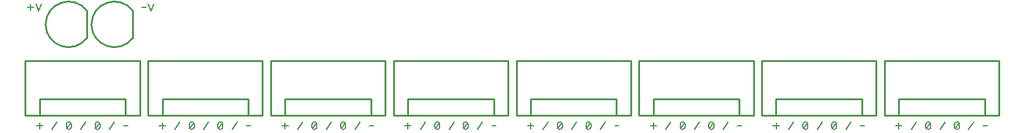
<source format=gto>
G04 DipTrace 3.0.0.1*
G04 156bus-narrow.GTO*
%MOMM*%
G04 #@! TF.FileFunction,Legend,Top*
G04 #@! TF.Part,Single*
%ADD10C,0.25*%
%ADD38C,0.15686*%
%FSLAX35Y35*%
G04*
G71*
G90*
G75*
G01*
G04 TopSilk*
%LPD*%
X2128980Y1084300D2*
D10*
X544020D1*
Y322300D1*
X2128980D1*
Y1084300D1*
X1930860Y550900D2*
X742140D1*
Y322300D1*
X1930860D1*
Y550900D1*
X3828980Y1082800D2*
X2244020D1*
Y320800D1*
X3828980D1*
Y1082800D1*
X3630860Y549400D2*
X2442140D1*
Y320800D1*
X3630860D1*
Y549400D1*
X5528980Y1082800D2*
X3944020D1*
Y320800D1*
X5528980D1*
Y1082800D1*
X5330860Y549400D2*
X4142140D1*
Y320800D1*
X5330860D1*
Y549400D1*
X7228980Y1082800D2*
X5644020D1*
Y320800D1*
X7228980D1*
Y1082800D1*
X7030860Y549400D2*
X5842140D1*
Y320800D1*
X7030860D1*
Y549400D1*
X8928980Y1082800D2*
X7344020D1*
Y320800D1*
X8928980D1*
Y1082800D1*
X8730860Y549400D2*
X7542140D1*
Y320800D1*
X8730860D1*
Y549400D1*
X10628980Y1082800D2*
X9044020D1*
Y320800D1*
X10628980D1*
Y1082800D1*
X10430860Y549400D2*
X9242140D1*
Y320800D1*
X10430860D1*
Y549400D1*
X12328980Y1082800D2*
X10744020D1*
Y320800D1*
X12328980D1*
Y1082800D1*
X12130860Y549400D2*
X10942140D1*
Y320800D1*
X12130860D1*
Y549400D1*
X14028980Y1082800D2*
X12444020D1*
Y320800D1*
X14028980D1*
Y1082800D1*
X13830860Y549400D2*
X12642140D1*
Y320800D1*
X13830860D1*
Y549400D1*
X1396983Y1777842D2*
Y1397158D1*
X1396412Y1778604D2*
G03X1396412Y1396396I-253481J-191104D01*
G01*
X2031983Y1777842D2*
Y1397158D1*
X2031412Y1778604D2*
G03X2031412Y1396396I-253481J-191104D01*
G01*
X742188Y220027D2*
D38*
Y132539D1*
X698500Y176227D2*
X785988D1*
X916117Y125295D2*
X984176Y227271D1*
X1143506D2*
X1128906Y222442D1*
X1119135Y207842D1*
X1114306Y183583D1*
Y168983D1*
X1119135Y144725D1*
X1128906Y130125D1*
X1143506Y125295D1*
X1153164D1*
X1167764Y130125D1*
X1177423Y144725D1*
X1182364Y168983D1*
Y183583D1*
X1177423Y207842D1*
X1167764Y222442D1*
X1153164Y227271D1*
X1143506D1*
X1177423Y207842D2*
X1119135Y144725D1*
X1312494Y125295D2*
X1380552Y227271D1*
X1539882D2*
X1525282Y222442D1*
X1515511Y207842D1*
X1510682Y183583D1*
Y168983D1*
X1515511Y144725D1*
X1525282Y130125D1*
X1539882Y125295D1*
X1549540D1*
X1564140Y130125D1*
X1573799Y144725D1*
X1578740Y168983D1*
Y183583D1*
X1573799Y207842D1*
X1564140Y222442D1*
X1549540Y227271D1*
X1539882D1*
X1573799Y207842D2*
X1515511Y144725D1*
X1708870Y125295D2*
X1776929Y227271D1*
X1907058Y176283D2*
X1963212D1*
X2442188Y220027D2*
Y132539D1*
X2398500Y176227D2*
X2485988D1*
X2616117Y125295D2*
X2684176Y227271D1*
X2843506D2*
X2828906Y222442D1*
X2819135Y207842D1*
X2814306Y183583D1*
Y168983D1*
X2819135Y144725D1*
X2828906Y130125D1*
X2843506Y125295D1*
X2853164D1*
X2867764Y130125D1*
X2877423Y144725D1*
X2882364Y168983D1*
Y183583D1*
X2877423Y207842D1*
X2867764Y222442D1*
X2853164Y227271D1*
X2843506D1*
X2877423Y207842D2*
X2819135Y144725D1*
X3012494Y125295D2*
X3080552Y227271D1*
X3239882D2*
X3225282Y222442D1*
X3215511Y207842D1*
X3210682Y183583D1*
Y168983D1*
X3215511Y144725D1*
X3225282Y130125D1*
X3239882Y125295D1*
X3249540D1*
X3264140Y130125D1*
X3273799Y144725D1*
X3278740Y168983D1*
Y183583D1*
X3273799Y207842D1*
X3264140Y222442D1*
X3249540Y227271D1*
X3239882D1*
X3273799Y207842D2*
X3215511Y144725D1*
X3408870Y125295D2*
X3476929Y227271D1*
X3607058Y176283D2*
X3663212D1*
X4142188Y220027D2*
Y132539D1*
X4098500Y176227D2*
X4185988D1*
X4316117Y125295D2*
X4384176Y227271D1*
X4543506D2*
X4528906Y222442D1*
X4519135Y207842D1*
X4514306Y183583D1*
Y168983D1*
X4519135Y144725D1*
X4528906Y130125D1*
X4543506Y125295D1*
X4553164D1*
X4567764Y130125D1*
X4577423Y144725D1*
X4582364Y168983D1*
Y183583D1*
X4577423Y207842D1*
X4567764Y222442D1*
X4553164Y227271D1*
X4543506D1*
X4577423Y207842D2*
X4519135Y144725D1*
X4712494Y125295D2*
X4780552Y227271D1*
X4939882D2*
X4925282Y222442D1*
X4915511Y207842D1*
X4910682Y183583D1*
Y168983D1*
X4915511Y144725D1*
X4925282Y130125D1*
X4939882Y125295D1*
X4949540D1*
X4964140Y130125D1*
X4973799Y144725D1*
X4978740Y168983D1*
Y183583D1*
X4973799Y207842D1*
X4964140Y222442D1*
X4949540Y227271D1*
X4939882D1*
X4973799Y207842D2*
X4915511Y144725D1*
X5108870Y125295D2*
X5176929Y227271D1*
X5307058Y176283D2*
X5363212D1*
X5842188Y220027D2*
Y132539D1*
X5798500Y176227D2*
X5885988D1*
X6016117Y125295D2*
X6084176Y227271D1*
X6243506D2*
X6228906Y222442D1*
X6219135Y207842D1*
X6214306Y183583D1*
Y168983D1*
X6219135Y144725D1*
X6228906Y130125D1*
X6243506Y125295D1*
X6253164D1*
X6267764Y130125D1*
X6277423Y144725D1*
X6282364Y168983D1*
Y183583D1*
X6277423Y207842D1*
X6267764Y222442D1*
X6253164Y227271D1*
X6243506D1*
X6277423Y207842D2*
X6219135Y144725D1*
X6412494Y125295D2*
X6480552Y227271D1*
X6639882D2*
X6625282Y222442D1*
X6615511Y207842D1*
X6610682Y183583D1*
Y168983D1*
X6615511Y144725D1*
X6625282Y130125D1*
X6639882Y125295D1*
X6649540D1*
X6664140Y130125D1*
X6673799Y144725D1*
X6678740Y168983D1*
Y183583D1*
X6673799Y207842D1*
X6664140Y222442D1*
X6649540Y227271D1*
X6639882D1*
X6673799Y207842D2*
X6615511Y144725D1*
X6808870Y125295D2*
X6876929Y227271D1*
X7007058Y176283D2*
X7063212D1*
X7542188Y220027D2*
Y132539D1*
X7498500Y176227D2*
X7585988D1*
X7716117Y125295D2*
X7784176Y227271D1*
X7943506D2*
X7928906Y222442D1*
X7919135Y207842D1*
X7914306Y183583D1*
Y168983D1*
X7919135Y144725D1*
X7928906Y130125D1*
X7943506Y125295D1*
X7953164D1*
X7967764Y130125D1*
X7977423Y144725D1*
X7982364Y168983D1*
Y183583D1*
X7977423Y207842D1*
X7967764Y222442D1*
X7953164Y227271D1*
X7943506D1*
X7977423Y207842D2*
X7919135Y144725D1*
X8112494Y125295D2*
X8180552Y227271D1*
X8339882D2*
X8325282Y222442D1*
X8315511Y207842D1*
X8310682Y183583D1*
Y168983D1*
X8315511Y144725D1*
X8325282Y130125D1*
X8339882Y125295D1*
X8349540D1*
X8364140Y130125D1*
X8373799Y144725D1*
X8378740Y168983D1*
Y183583D1*
X8373799Y207842D1*
X8364140Y222442D1*
X8349540Y227271D1*
X8339882D1*
X8373799Y207842D2*
X8315511Y144725D1*
X8508870Y125295D2*
X8576929Y227271D1*
X8707058Y176283D2*
X8763212D1*
X9242188Y220027D2*
Y132539D1*
X9198500Y176227D2*
X9285988D1*
X9416117Y125295D2*
X9484176Y227271D1*
X9643506D2*
X9628906Y222442D1*
X9619135Y207842D1*
X9614306Y183583D1*
Y168983D1*
X9619135Y144725D1*
X9628906Y130125D1*
X9643506Y125295D1*
X9653164D1*
X9667764Y130125D1*
X9677423Y144725D1*
X9682364Y168983D1*
Y183583D1*
X9677423Y207842D1*
X9667764Y222442D1*
X9653164Y227271D1*
X9643506D1*
X9677423Y207842D2*
X9619135Y144725D1*
X9812494Y125295D2*
X9880552Y227271D1*
X10039882D2*
X10025282Y222442D1*
X10015511Y207842D1*
X10010682Y183583D1*
Y168983D1*
X10015511Y144725D1*
X10025282Y130125D1*
X10039882Y125295D1*
X10049540D1*
X10064140Y130125D1*
X10073799Y144725D1*
X10078740Y168983D1*
Y183583D1*
X10073799Y207842D1*
X10064140Y222442D1*
X10049540Y227271D1*
X10039882D1*
X10073799Y207842D2*
X10015511Y144725D1*
X10208870Y125295D2*
X10276929Y227271D1*
X10407058Y176283D2*
X10463212D1*
X10942188Y220027D2*
Y132539D1*
X10898500Y176227D2*
X10985988D1*
X11116117Y125295D2*
X11184176Y227271D1*
X11343506D2*
X11328906Y222442D1*
X11319135Y207842D1*
X11314306Y183583D1*
Y168983D1*
X11319135Y144725D1*
X11328906Y130125D1*
X11343506Y125295D1*
X11353164D1*
X11367764Y130125D1*
X11377423Y144725D1*
X11382364Y168983D1*
Y183583D1*
X11377423Y207842D1*
X11367764Y222442D1*
X11353164Y227271D1*
X11343506D1*
X11377423Y207842D2*
X11319135Y144725D1*
X11512494Y125295D2*
X11580552Y227271D1*
X11739882D2*
X11725282Y222442D1*
X11715511Y207842D1*
X11710682Y183583D1*
Y168983D1*
X11715511Y144725D1*
X11725282Y130125D1*
X11739882Y125295D1*
X11749540D1*
X11764140Y130125D1*
X11773799Y144725D1*
X11778740Y168983D1*
Y183583D1*
X11773799Y207842D1*
X11764140Y222442D1*
X11749540Y227271D1*
X11739882D1*
X11773799Y207842D2*
X11715511Y144725D1*
X11908870Y125295D2*
X11976929Y227271D1*
X12107058Y176283D2*
X12163212D1*
X12642188Y220027D2*
Y132539D1*
X12598500Y176227D2*
X12685988D1*
X12816117Y125295D2*
X12884176Y227271D1*
X13043506D2*
X13028906Y222442D1*
X13019135Y207842D1*
X13014306Y183583D1*
Y168983D1*
X13019135Y144725D1*
X13028906Y130125D1*
X13043506Y125295D1*
X13053164D1*
X13067764Y130125D1*
X13077423Y144725D1*
X13082364Y168983D1*
Y183583D1*
X13077423Y207842D1*
X13067764Y222442D1*
X13053164Y227271D1*
X13043506D1*
X13077423Y207842D2*
X13019135Y144725D1*
X13212494Y125295D2*
X13280552Y227271D1*
X13439882D2*
X13425282Y222442D1*
X13415511Y207842D1*
X13410682Y183583D1*
Y168983D1*
X13415511Y144725D1*
X13425282Y130125D1*
X13439882Y125295D1*
X13449540D1*
X13464140Y130125D1*
X13473799Y144725D1*
X13478740Y168983D1*
Y183583D1*
X13473799Y207842D1*
X13464140Y222442D1*
X13449540Y227271D1*
X13439882D1*
X13473799Y207842D2*
X13415511Y144725D1*
X13608870Y125295D2*
X13676929Y227271D1*
X13807058Y176283D2*
X13863212D1*
X615188Y1871027D2*
Y1783539D1*
X571500Y1827227D2*
X658988D1*
X690360Y1878383D2*
X729219Y1776295D1*
X768077Y1878383D1*
X2159000Y1827283D2*
X2215154D1*
X2246526Y1878383D2*
X2285385Y1776295D1*
X2324243Y1878383D1*
M02*

</source>
